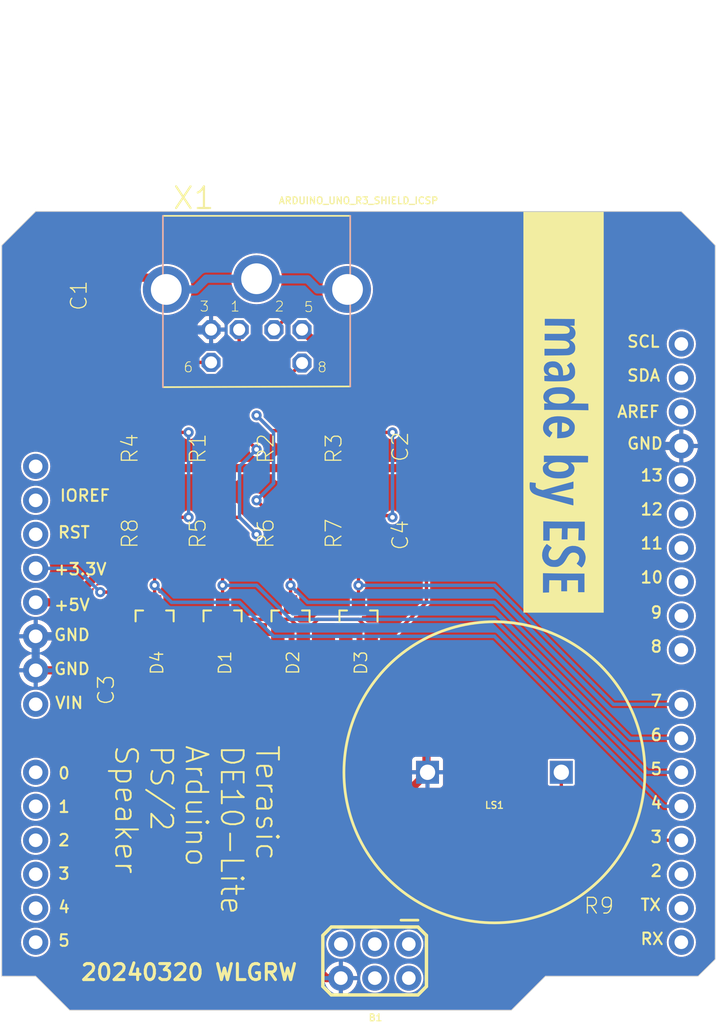
<source format=kicad_pcb>
(kicad_pcb (version 20221018) (generator pcbnew)
  (layers (0 "F.Cu" signal) (31 "B.Cu" signal) (34 "B.Paste" user) (35 "F.Paste" user) (36 "B.SilkS" user "B.Silkscreen") (37 "F.SilkS" user "F.Silkscreen") (38 "B.Mask" user) (39 "F.Mask" user) (44 "Edge.Cuts" user))
  (net 0 "")
  (net 1 "GND")
  (net 2 "PS2_CLK")
  (net 3 "PS2_DAT2")
  (net 4 "PS2_CLK2")
  (net 5 "PS2_DAT")
  (net 6 "KBDAT")
  (net 7 "MSCLK")
  (net 8 "MSDAT")
  (net 9 "N$5")
  (net 10 "KBCLK")
  (net 11 "3.3V")
  (net 12 "5V")
  (net 13 "SPEAKER")
  (net 14 "N$2")
  (footprint "HAN_DE10-Lite_PS2SpeakerShield_001:M1206" (layer "F.Cu") (at 133.2611 92.9386 -90)
    (fp_text reference "R4" (at -1.27 2.54 90) (layer "F.SilkS") (effects (font (size 1.176528 1.176528) (thickness 0.093472)) (justify right top)))
    (fp_text value "2K" hide)
    (pad "1" smd rect (at -1.4 0 270) (size 1.6 2) (layers "F.Cu" "F.Paste" "F.Mask") (net 10 "KBCLK"))
    (pad "2" smd rect (at 1.4 0 270) (size 1.6 2) (layers "F.Cu" "F.Paste" "F.Mask") (net 12 "5V"))
  )
  (footprint "HAN_DE10-Lite_PS2SpeakerShield_001:M1206" (layer "F.Cu") (at 166.2811 129.7686)
    (fp_text reference "R9" (at -1.016 -2.032) (layer "F.SilkS") (effects (font (size 1.176528 1.176528) (thickness 0.093472)) (justify left bottom)))
    (fp_text value "120" hide)
    (pad "1" smd rect (at -1.4 0) (size 1.6 2) (layers "F.Cu" "F.Paste" "F.Mask") (net 14 "N$2"))
    (pad "2" smd rect (at 1.4 0) (size 1.6 2) (layers "F.Cu" "F.Paste" "F.Mask") (net 13 "SPEAKER"))
  )
  (footprint "my-KiCad-library:MadeByESE_30x6" (layer "F.Cu") (at 163.83 90.17 -90)
    (fp_text reference "G***" hide)
    (fp_text value "LOGO" hide)
  )
  (footprint "HAN_DE10-Lite_PS2SpeakerShield_001:C1206" (layer "F.Cu") (at 153.5811 99.2886 90)
    (fp_text reference "C4" (at -1.27 -1.27 90) (layer "F.SilkS") (effects (font (size 1.176528 1.176528) (thickness 0.093472)) (justify left bottom)))
    (fp_text value "100n" hide)
    (pad "1" smd rect (at -1.4 0 90) (size 1.6 1.8) (layers "F.Cu" "F.Paste" "F.Mask") (net 11 "3.3V"))
    (pad "2" smd rect (at 1.4 0 90) (size 1.6 1.8) (layers "F.Cu" "F.Paste" "F.Mask") (net 1 "GND"))
  )
  (footprint "HAN_DE10-Lite_PS2SpeakerShield_001:M1206" (layer "F.Cu") (at 138.3411 92.9386 -90)
    (fp_text reference "R1" (at -1.27 2.54 90) (layer "F.SilkS") (effects (font (size 1.176528 1.176528) (thickness 0.093472)) (justify right top)))
    (fp_text value "2K" hide)
    (pad "1" smd rect (at -1.4 0 270) (size 1.6 2) (layers "F.Cu" "F.Paste" "F.Mask") (net 6 "KBDAT"))
    (pad "2" smd rect (at 1.4 0 270) (size 1.6 2) (layers "F.Cu" "F.Paste" "F.Mask") (net 12 "5V"))
  )
  (footprint "HAN_DE10-Lite_PS2SpeakerShield_001:M1206" (layer "F.Cu") (at 148.5011 99.2886 -90)
    (fp_text reference "R7" (at -1.27 2.54 90) (layer "F.SilkS") (effects (font (size 1.176528 1.176528) (thickness 0.093472)) (justify right top)))
    (fp_text value "120" hide)
    (pad "1" smd rect (at -1.4 0 270) (size 1.6 2) (layers "F.Cu" "F.Paste" "F.Mask") (net 8 "MSDAT"))
    (pad "2" smd rect (at 1.4 0 270) (size 1.6 2) (layers "F.Cu" "F.Paste" "F.Mask") (net 3 "PS2_DAT2"))
  )
  (footprint "HAN_DE10-Lite_PS2SpeakerShield_001:SOT23" (layer "F.Cu") (at 133.2611 105.6386)
    (fp_text reference "D4" (at 0.7239 4.2164 90) (layer "F.SilkS") (effects (font (size 0.9264 0.9264) (thickness 0.1)) (justify left bottom)))
    (fp_text value "BAT54S" hide)
    (pad "1" smd rect (at -0.95 1.1) (size 1 1.4) (layers "F.Cu" "F.Paste" "F.Mask") (net 1 "GND"))
    (pad "2" smd rect (at 0.95 1.1) (size 1 1.4) (layers "F.Cu" "F.Paste" "F.Mask") (net 11 "3.3V"))
    (pad "3" smd rect (at 0 -1.1) (size 1 1.4) (layers "F.Cu" "F.Paste" "F.Mask") (net 2 "PS2_CLK"))
  )
  (footprint "HAN_DE10-Lite_PS2SpeakerShield_001:M1206" (layer "F.Cu") (at 143.4211 92.9386 -90)
    (fp_text reference "R2" (at -1.27 2.54 90) (layer "F.SilkS") (effects (font (size 1.176528 1.176528) (thickness 0.093472)) (justify right top)))
    (fp_text value "2K" hide)
    (pad "1" smd rect (at -1.4 0 270) (size 1.6 2) (layers "F.Cu" "F.Paste" "F.Mask") (net 7 "MSCLK"))
    (pad "2" smd rect (at 1.4 0 270) (size 1.6 2) (layers "F.Cu" "F.Paste" "F.Mask") (net 12 "5V"))
  )
  (footprint "HAN_DE10-Lite_PS2SpeakerShield_001:SOT23" (layer "F.Cu") (at 143.4211 105.6386)
    (fp_text reference "D2" (at 0.7239 4.2164 90) (layer "F.SilkS") (effects (font (size 0.9264 0.9264) (thickness 0.1)) (justify left bottom)))
    (fp_text value "BAT54S" hide)
    (pad "1" smd rect (at -0.95 1.1) (size 1 1.4) (layers "F.Cu" "F.Paste" "F.Mask") (net 1 "GND"))
    (pad "2" smd rect (at 0.95 1.1) (size 1 1.4) (layers "F.Cu" "F.Paste" "F.Mask") (net 11 "3.3V"))
    (pad "3" smd rect (at 0 -1.1) (size 1 1.4) (layers "F.Cu" "F.Paste" "F.Mask") (net 4 "PS2_CLK2"))
  )
  (footprint "HAN_DE10-Lite_PS2SpeakerShield_001:C1206" (layer "F.Cu") (at 129.4511 106.9086 -90)
    (fp_text reference "C3" (at 2.794 0.508 90) (layer "F.SilkS") (effects (font (size 1.176528 1.176528) (thickness 0.1)) (justify right top)))
    (fp_text value "100n" hide)
    (pad "1" smd rect (at -1.4 0 270) (size 1.6 1.8) (layers "F.Cu" "F.Paste" "F.Mask") (net 12 "5V"))
    (pad "2" smd rect (at 1.4 0 270) (size 1.6 1.8) (layers "F.Cu" "F.Paste" "F.Mask") (net 1 "GND"))
  )
  (footprint "HAN_DE10-Lite_PS2SpeakerShield_001:M1206" (layer "F.Cu") (at 143.4211 99.2886 -90)
    (fp_text reference "R6" (at -1.27 2.54 90) (layer "F.SilkS") (effects (font (size 1.176528 1.176528) (thickness 0.093472)) (justify right top)))
    (fp_text value "120" hide)
    (pad "1" smd rect (at -1.4 0 270) (size 1.6 2) (layers "F.Cu" "F.Paste" "F.Mask") (net 7 "MSCLK"))
    (pad "2" smd rect (at 1.4 0 270) (size 1.6 2) (layers "F.Cu" "F.Paste" "F.Mask") (net 4 "PS2_CLK2"))
  )
  (footprint "HAN_DE10-Lite_PS2SpeakerShield_001:M1206" (layer "F.Cu") (at 138.3411 99.2886 -90)
    (fp_text reference "R5" (at -1.27 2.54 90) (layer "F.SilkS") (effects (font (size 1.176528 1.176528) (thickness 0.093472)) (justify right top)))
    (fp_text value "120" hide)
    (pad "1" smd rect (at -1.4 0 270) (size 1.6 2) (layers "F.Cu" "F.Paste" "F.Mask") (net 6 "KBDAT"))
    (pad "2" smd rect (at 1.4 0 270) (size 1.6 2) (layers "F.Cu" "F.Paste" "F.Mask") (net 5 "PS2_DAT"))
  )
  (footprint "HAN_DE10-Lite_PS2SpeakerShield_001:C1206" (layer "F.Cu") (at 129.4511 81.5086 -90)
    (fp_text reference "C1" (at -1.27 2.54 90) (layer "F.SilkS") (effects (font (size 1.176528 1.176528) (thickness 0.093472)) (justify right top)))
    (fp_text value "100n" hide)
    (pad "1" smd rect (at -1.4 0 270) (size 1.6 1.8) (layers "F.Cu" "F.Paste" "F.Mask") (net 9 "N$5"))
    (pad "2" smd rect (at 1.4 0 270) (size 1.6 1.8) (layers "F.Cu" "F.Paste" "F.Mask") (net 1 "GND"))
  )
  (footprint "HAN_DE10-Lite_PS2SpeakerShield_001:PCB_MOUNT_SPEAKER" (layer "F.Cu") (at 158.6611 117.0686 180)
    (fp_text reference "LS1" (at 0 -2.159) (layer "F.SilkS") (effects (font (size 0.512064 0.512064) (thickness 0.097536)) (justify top)))
    (fp_text value "SPEAKER")
    (pad "+" thru_hole rect (at -5 0 180) (size 1.7145 1.7145) (drill 1.143) (layers "*.Cu" "*.Mask") (net 14 "N$2"))
    (pad "-" thru_hole rect (at 5 0 270) (size 1.7145 1.7145) (drill 1.143) (layers "*.Cu" "*.Mask") (net 1 "GND"))
  )
  (footprint "HAN_DE10-Lite_PS2SpeakerShield_001:M1206" (layer "F.Cu") (at 148.5011 92.9386 -90)
    (fp_text reference "R3" (at -1.27 2.54 90) (layer "F.SilkS") (effects (font (size 1.176528 1.176528) (thickness 0.093472)) (justify right top)))
    (fp_text value "2K" hide)
    (pad "1" smd rect (at -1.4 0 270) (size 1.6 2) (layers "F.Cu" "F.Paste" "F.Mask") (net 8 "MSDAT"))
    (pad "2" smd rect (at 1.4 0 270) (size 1.6 2) (layers "F.Cu" "F.Paste" "F.Mask") (net 12 "5V"))
  )
  (footprint "HAN_DE10-Lite_PS2SpeakerShield_001:SOT23" (layer "F.Cu") (at 138.3411 105.6386)
    (fp_text reference "D1" (at 0.7239 4.2164 90) (layer "F.SilkS") (effects (font (size 0.9264 0.9264) (thickness 0.1)) (justify left bottom)))
    (fp_text value "BAT54S" hide)
    (pad "1" smd rect (at -0.95 1.1) (size 1 1.4) (layers "F.Cu" "F.Paste" "F.Mask") (net 1 "GND"))
    (pad "2" smd rect (at 0.95 1.1) (size 1 1.4) (layers "F.Cu" "F.Paste" "F.Mask") (net 11 "3.3V"))
    (pad "3" smd rect (at 0 -1.1) (size 1 1.4) (layers "F.Cu" "F.Paste" "F.Mask") (net 5 "PS2_DAT"))
  )
  (footprint "HAN_DE10-Lite_PS2SpeakerShield_001:M1206" (layer "F.Cu") (at 133.2611 99.2886 -90)
    (fp_text reference "R8" (at -1.27 2.54 90) (layer "F.SilkS") (effects (font (size 1.176528 1.176528) (thickness 0.093472)) (justify right top)))
    (fp_text value "120" hide)
    (pad "1" smd rect (at -1.4 0 270) (size 1.6 2) (layers "F.Cu" "F.Paste" "F.Mask") (net 10 "KBCLK"))
    (pad "2" smd rect (at 1.4 0 270) (size 1.6 2) (layers "F.Cu" "F.Paste" "F.Mask") (net 2 "PS2_CLK"))
  )
  (footprint "HAN_DE10-Lite_PS2SpeakerShield_001:C1206" (layer "F.Cu") (at 153.5811 92.9386 90)
    (fp_text reference "C2" (at -1.016 -1.27 90) (layer "F.SilkS") (effects (font (size 1.176528 1.176528) (thickness 0.093472)) (justify left bottom)))
    (fp_text value "100n" hide)
    (pad "1" smd rect (at -1.4 0 90) (size 1.6 1.8) (layers "F.Cu" "F.Paste" "F.Mask") (net 12 "5V"))
    (pad "2" smd rect (at 1.4 0 90) (size 1.6 1.8) (layers "F.Cu" "F.Paste" "F.Mask") (net 1 "GND"))
  )
  (footprint "HAN_DE10-Lite_PS2SpeakerShield_001:M_DIN6" (layer "F.Cu") (at 140.8811 80.2386)
    (fp_text reference "X1" (at -6.35 -5.13) (layer "F.SilkS") (effects (font (size 1.61798 1.61798) (thickness 0.16002)) (justify left bottom)))
    (fp_text value "")
    (fp_text user "8" (at 4.5 7) (layer "F.SilkS") (effects (font (size 0.747776 0.747776) (thickness 0.065024)) (justify left bottom)))
    (fp_text user "3" (at -4.294 2.46) (layer "F.SilkS") (effects (font (size 0.747776 0.747776) (thickness 0.065024)) (justify left bottom)))
    (fp_text user "2" (at 1.312 2.46) (layer "F.SilkS") (effects (font (size 0.747776 0.747776) (thickness 0.065024)) (justify left bottom)))
    (fp_text user "6" (at -5.5 7) (layer "F.SilkS") (effects (font (size 0.747776 0.747776) (thickness 0.065024)) (justify left bottom)))
    (fp_text user "1" (at -2 2.46) (layer "F.SilkS") (effects (font (size 0.747776 0.747776) (thickness 0.065024)) (justify left bottom)))
    (fp_text user "5" (at 3.5 2.5) (layer "F.SilkS") (effects (font (size 0.747776 0.747776) (thickness 0.065024)) (justify left bottom)))
    (pad "1" thru_hole roundrect (at -1.3 3.75) (size 1.4224 1.4224) (drill 0.9) (layers "*.Cu" "*.Mask") (chamfer_ratio 0.2928932188) (chamfer top_left top_right bottom_left bottom_right) (net 6 "KBDAT"))
    (pad "2" thru_hole roundrect (at 1.3 3.75) (size 1.4224 1.4224) (drill 0.9) (layers "*.Cu" "*.Mask") (chamfer_ratio 0.2928932188) (chamfer top_left top_right bottom_left bottom_right) (net 8 "MSDAT"))
    (pad "3" thru_hole roundrect (at -3.4 3.75) (size 1.4224 1.4224) (drill 0.9) (layers "*.Cu" "*.Mask") (chamfer_ratio 0.2928932188) (chamfer top_left top_right bottom_left bottom_right) (net 1 "GND"))
    (pad "5" thru_hole roundrect (at 3.4 3.75) (size 1.4224 1.4224) (drill 0.9) (layers "*.Cu" "*.Mask") (chamfer_ratio 0.2928932188) (chamfer top_left top_right bottom_left bottom_right) (net 12 "5V"))
    (pad "6" thru_hole roundrect (at -3.4 6.2) (size 1.4224 1.4224) (drill 0.9) (layers "*.Cu" "*.Mask") (chamfer_ratio 0.2928932188) (chamfer top_left top_right bottom_left bottom_right) (net 10 "KBCLK"))
    (pad "8" thru_hole roundrect (at 3.4 6.25) (size 1.4224 1.4224) (drill 0.9) (layers "*.Cu" "*.Mask") (chamfer_ratio 0.2928932188) (chamfer top_left top_right bottom_left bottom_right) (net 7 "MSCLK"))
    (pad "SH1" thru_hole circle (at 6.8 0.75) (size 3.5 3.5) (drill 2.3) (layers "*.Cu" "*.Mask") (net 9 "N$5"))
    (pad "SH2" thru_hole circle (at 0 -0.05) (size 3.5 3.5) (drill 2.3) (layers "*.Cu" "*.Mask") (net 9 "N$5"))
    (pad "SH3" thru_hole circle (at -6.75 0.75) (size 3.5 3.5) (drill 2.3) (layers "*.Cu" "*.Mask") (net 9 "N$5"))
  )
  (footprint "HAN_DE10-Lite_PS2SpeakerShield_001:UNO_R3_SHIELD_ICSP" (layer "F.Cu") (at 148.5011 105.6386 180)
    (fp_text reference "B1" (at -1.27 -29.464) (layer "F.SilkS") (effects (font (size 0.512064 0.512064) (thickness 0.097536)) (justify top)))
    (fp_text value "ARDUINO_UNO_R3_SHIELD_ICSP" (at 0 30.988) (layer "F.SilkS") (effects (font (size 0.512064 0.512064) (thickness 0.097536)) (justify bottom)))
    (fp_text user "9" (at -21.75 0 180) (layer "F.SilkS") (effects (font (size 0.8636 0.8636) (thickness 0.1524)) (justify left bottom)))
    (fp_text user "4" (at 21.5 -21 180) (layer "F.SilkS") (effects (font (size 0.8636 0.8636) (thickness 0.1524)) (justify right top)))
    (fp_text user "+5V" (at 20 1.58 180) (layer "F.SilkS") (effects (font (size 0.8636 0.8636) (thickness 0.1524)) (justify right top)))
    (fp_text user "2" (at 21.5 -16 180) (layer "F.SilkS") (effects (font (size 0.8636 0.8636) (thickness 0.1524)) (justify right top)))
    (fp_text user "TX" (at -21 -21.844 180) (layer "F.SilkS") (effects (font (size 0.8636 0.8636) (thickness 0.1524)) (justify left bottom)))
    (fp_text user "4" (at -21.75 -14.224 180) (layer "F.SilkS") (effects (font (size 0.8636 0.8636) (thickness 0.1524)) (justify left bottom)))
    (fp_text user "RX" (at -21 -24.384 180) (layer "F.SilkS") (effects (font (size 0.8636 0.8636) (thickness 0.1524)) (justify left bottom)))
    (fp_text user "RST" (at 20 7 180) (layer "F.SilkS") (effects (font (size 0.8636 0.8636) (thickness 0.1524)) (justify right top)))
    (fp_text user "GND" (at 20 -3.2 180) (layer "F.SilkS") (effects (font (size 0.8636 0.8636) (thickness 0.1524)) (justify right top)))
    (fp_text user "SDA" (at -20 17.71 180) (layer "F.SilkS") (effects (font (size 0.8636 0.8636) (thickness 0.1524)) (justify left bottom)))
    (fp_text user "GND" (at 20 -0.66 180) (layer "F.SilkS") (effects (font (size 0.8636 0.8636) (thickness 0.1524)) (justify right top)))
    (fp_text user "3" (at -21.75 -16.764 180) (layer "F.SilkS") (effects (font (size 0.8636 0.8636) (thickness 0.1524)) (justify left bottom)))
    (fp_text user "AREF" (at -19.25 15 180) (layer "F.SilkS") (effects (font (size 0.8636 0.8636) (thickness 0.1524)) (justify left bottom)))
    (fp_text user "0" (at 21.5 -11 180) (layer "F.SilkS") (effects (font (size 0.8636 0.8636) (thickness 0.1524)) (justify right top)))
    (fp_text user "+3.3V" (at 18.75 4.25 180) (layer "F.SilkS") (effects (font (size 0.8636 0.8636) (thickness 0.1524)) (justify right top)))
    (fp_text user "8" (at -21.75 -2.54 180) (layer "F.SilkS") (effects (font (size 0.8636 0.8636) (thickness 0.1524)) (justify left bottom)))
    (fp_text user "1" (at 21.5 -13.5 180) (layer "F.SilkS") (effects (font (size 0.8636 0.8636) (thickness 0.1524)) (justify right top)))
    (fp_text user "13" (at -21 10.25 180) (layer "F.SilkS") (effects (font (size 0.8636 0.8636) (thickness 0.1524)) (justify left bottom)))
    (fp_text user "5" (at 21.5 -23.5 180) (layer "F.SilkS") (effects (font (size 0.8636 0.8636) (thickness 0.1524)) (justify right top)))
    (fp_text user "3" (at 21.5 -18.5 180) (layer "F.SilkS") (effects (font (size 0.8636 0.8636) (thickness 0.1524)) (justify right top)))
    (fp_text user "GND" (at -20 12.63 180) (layer "F.SilkS") (effects (font (size 0.8636 0.8636) (thickness 0.1524)) (justify left bottom)))
    (fp_text user "10" (at -21 2.63 180) (layer "F.SilkS") (effects (font (size 0.8636 0.8636) (thickness 0.1524)) (justify left bottom)))
    (fp_text user "VIN" (at 20.5 -5.74 180) (layer "F.SilkS") (effects (font (size 0.8636 0.8636) (thickness 0.1524)) (justify right top)))
    (fp_text user "2" (at -21.75 -19.304 180) (layer "F.SilkS") (effects (font (size 0.8636 0.8636) (thickness 0.1524)) (justify left bottom)))
    (fp_text user "IOREF" (at 18.5 9.75 180) (layer "F.SilkS") (effects (font (size 0.8636 0.8636) (thickness 0.1524)) (justify right top)))
    (fp_text user "5" (at -21.75 -11.684 180) (layer "F.SilkS") (effects (font (size 0.8636 0.8636) (thickness 0.1524)) (justify left bottom)))
    (fp_text user "12" (at -21 7.71 180) (layer "F.SilkS") (effects (font (size 0.8636 0.8636) (thickness 0.1524)) (justify left bottom)))
    (fp_text user "11" (at -21 5.17 180) (layer "F.SilkS") (effects (font (size 0.8636 0.8636) (thickness 0.1524)) (justify left bottom)))
    (fp_text user "6" (at -21.75 -9.144 180) (layer "F.SilkS") (effects (font (size 0.8636 0.8636) (thickness 0.1524)) (justify left bottom)))
    (fp_text user "7" (at -21.75 -6.604 180) (layer "F.SilkS") (effects (font (size 0.8636 0.8636) (thickness 0.1524)) (justify left bottom)))
    (fp_text user "SCL" (at -20 20.25 180) (layer "F.SilkS") (effects (font (size 0.8636 0.8636) (thickness 0.1524)) (justify left bottom)))
    (pad "3.3V" thru_hole circle locked (at 24.13 3.81 270) (size 1.8796 1.8796) (drill 1.016) (layers "*.Cu" "*.Mask") (net 11 "3.3V"))
    (pad "5V" thru_hole circle locked (at 24.13 1.27 270) (size 1.8796 1.8796) (drill 1.016) (layers "*.Cu" "*.Mask") (net 12 "5V"))
    (pad "5V_ICSP" thru_hole circle locked (at -3.759987 -26.810006 270) (size 1.8796 1.8796) (drill 1.016) (layers "*.Cu" "*.Mask"))
    (pad "A0" thru_hole circle locked (at 24.13 -11.43 270) (size 1.8796 1.8796) (drill 1.016) (layers "*.Cu" "*.Mask"))
    (pad "A1" thru_hole circle locked (at 24.13 -13.97 270) (size 1.8796 1.8796) (drill 1.016) (layers "*.Cu" "*.Mask"))
    (pad "A2" thru_hole circle locked (at 24.13 -16.51 270) (size 1.8796 1.8796) (drill 1.016) (layers "*.Cu" "*.Mask"))
    (pad "A3" thru_hole circle locked (at 24.13 -19.05 270) (size 1.8796 1.8796) (drill 1.016) (layers "*.Cu" "*.Mask"))
    (pad "A4" thru_hole circle locked (at 24.13 -21.59 270) (size 1.8796 1.8796) (drill 1.016) (layers "*.Cu" "*.Mask"))
    (pad "A5" thru_hole circle locked (at 24.13 -24.13 270) (size 1.8796 1.8796) (drill 1.016) (layers "*.Cu" "*.Mask"))
    (pad "AREF" thru_hole circle locked (at -24.13 15.494 270) (size 1.8796 1.8796) (drill 1.016) (layers "*.Cu" "*.Mask"))
    (pad "D2" thru_hole circle locked (at -24.13 -19.05 270) (size 1.8796 1.8796) (drill 1.016) (layers "*.Cu" "*.Mask"))
    (pad "D3" thru_hole circle locked (at -24.13 -16.51 270) (size 1.8796 1.8796) (drill 1.016) (layers "*.Cu" "*.Mask") (net 13 "SPEAKER"))
    (pad "D4" thru_hole circle locked (at -24.13 -13.97 270) (size 1.8796 1.8796) (drill 1.016) (layers "*.Cu" "*.Mask") (net 2 "PS2_CLK"))
    (pad "D5" thru_hole circle locked (at -24.13 -11.43 270) (size 1.8796 1.8796) (drill 1.016) (layers "*.Cu" "*.Mask") (net 5 "PS2_DAT"))
    (pad "D6" thru_hole circle locked (at -24.13 -8.89 270) (size 1.8796 1.8796) (drill 1.016) (layers "*.Cu" "*.Mask") (net 4 "PS2_CLK2"))
    (pad "D7" thru_hole circle locked (at -24.13 -6.35 270) (size 1.8796 1.8796) (drill 1.016) (layers "*.Cu" "*.Mask") (net 3 "PS2_DAT2"))
    (pad "D8" thru_hole circle locked (at -24.13 -2.286 270) (size 1.8796 1.8796) (drill 1.016) (layers "*.Cu" "*.Mask"))
    (pad "D9" thru_hole circle locked (at -24.13 0.254 270) (size 1.8796 1.8796) (drill 1.016) (layers "*.Cu" "*.Mask"))
    (pad "D10" thru_hole circle locked (at -24.13 2.794 270) (size 1.8796 1.8796) (drill 1.016) (layers "*.Cu" "*.Mask"))
    (pad "D11" thru_hole circle locked (at -24.13 5.334 270) (size 1.8796 1.8796) (drill 1.016) (layers "*.Cu" "*.Mask"))
    (pad "D12" thru_hole circle locked (at -24.13 7.874 270) (size 1.8796 1.8796) (drill 1.016) (layers "*.Cu" "*.Mask"))
    (pad "D13" thru_hole circle locked (at -24.13 10.414 270) (size 1.8796 1.8796) (drill 1.016) (layers "*.Cu" "*.Mask"))
    (pad "GND@0" thru_hole circle locked (at 24.13 -1.27 270) (size 1.8796 1.8796) (drill 1.016) (layers "*.Cu" "*.Mask") (net 1 "GND"))
    (pad "GND@1" thru_hole circle locked (at 24.13 -3.81 270) (size 1.8796 1.8796) (drill 1.016) (layers "*.Cu" "*.Mask") (net 1 "GND"))
    (pad "GND@2" thru_hole circle locked (at -24.13 12.954 270) (size 1.8796 1.8796) (drill 1.016) (layers "*.Cu" "*.Mask") (net 1 "GND"))
    (pad "GND_ICSP" thru_hole circle locked (at 1.320012 -26.810006 270) (size 1.8796 1.8796) (drill 1.016) (layers "*.Cu" "*.Mask") (net 1 "GND"))
    (pad "IOREF" thru_hole circle locked (at 24.13 8.89 270) (size 1.8796 1.8796) (drill 1.016) (layers "*.Cu" "*.Mask"))
    (pad "MISO" thru_hole circle locked (at -3.759987 -24.270006 270) (size 1.8796 1.8796) (drill 1.016) (layers "*.Cu" "*.Mask"))
    (pad "MOSI" thru_hole circle locked (at -1.219987 -26.810006 270) (size 1.8796 1.8796) (drill 1.016) (layers "*.Cu" "*.Mask"))
    (pad "NC" thru_hole circle locked (at 24.13 11.43 270) (size 1.8796 1.8796) (drill 1.016) (layers "*.Cu" "*.Mask"))
    (pad "RES" thru_hole circle locked (at 24.13 6.35 270) (size 1.8796 1.8796) (drill 1.016) (layers "*.Cu" "*.Mask"))
    (pad "RST_ICSP" thru_hole circle locked (at 1.320012 -24.270006 270) (size 1.8796 1.8796) (drill 1.016) (layers "*.Cu" "*.Mask"))
    (pad "RX" thru_hole circle locked (at -24.13 -24.13 270) (size 1.8796 1.8796) (drill 1.016) (layers "*.Cu" "*.Mask"))
    (pad "SCK" thru_hole circle locked (at -1.219987 -24.270006 270) (size 1.8796 1.8796) (drill 1.016) (layers "*.Cu" "*.Mask"))
    (pad "SCL" thru_hole circle locked (at -24.13 20.574 270) (size 1.8796 1.8796) (drill 1.016) (layers "*.Cu" "*.Mask"))
    (pad "SDA" thru_hole circle locked (at -24.13 18.034 270) (size 1.8796 1.8796) (drill 1.016) (layers "*.Cu" "*.Mask"))
    (pad "TX" thru_hole circle locked (at -24.13 -21.59 270) (size 1.8796 1.8796) (drill 1.016) (layers "*.Cu" "*.Mask"))
    (pad "VIN" thru_hole circle locked (at 24.13 -6.35 270) (size 1.8796 1.8796) (drill 1.016) (layers "*.Cu" "*.Mask"))
  )
  (footprint "HAN_DE10-Lite_PS2SpeakerShield_001:SOT23" (layer "F.Cu") (at 148.5011 105.6386)
    (fp_text reference "D3" (at 0.7239 4.2164 90) (layer "F.SilkS") (effects (font (size 0.9264 0.9264) (thickness 0.1)) (justify left bottom)))
    (fp_text value "BAT54S" hide)
    (pad "1" smd rect (at -0.95 1.1) (size 1 1.4) (layers "F.Cu" "F.Paste" "F.Mask") (net 1 "GND"))
    (pad "2" smd rect (at 0.95 1.1) (size 1 1.4) (layers "F.Cu" "F.Paste" "F.Mask") (net 11 "3.3V"))
    (pad "3" smd rect (at 0 -1.1) (size 1 1.4) (layers "F.Cu" "F.Paste" "F.Mask") (net 3 "PS2_DAT2"))
  )
  (gr_line (start 172.6311 75.1586) (end 124.3711 75.1586) (stroke (width 0.05)) (layer "Edge.Cuts"))
  (gr_line (start 175.1711 131.0386) (end 175.1711 77.6986) (stroke (width 0.05)) (layer "Edge.Cuts"))
  (gr_line (start 126.9111 134.8486) (end 159.9311 134.8486) (stroke (width 0.05)) (layer "Edge.Cuts"))
  (gr_line (start 121.8311 77.6986) (end 121.8311 132.3086) (stroke (width 0.05)) (layer "Edge.Cuts"))
  (gr_line (start 173.8811 132.3086) (end 175.1711 131.0386) (stroke (width 0.05)) (layer "Edge.Cuts"))
  (gr_line (start 124.3711 132.3086) (end 126.9111 134.8486) (stroke (width 0.05)) (layer "Edge.Cuts"))
  (gr_line (start 162.4711 132.3086) (end 173.8811 132.3086) (stroke (width 0.05)) (layer "Edge.Cuts"))
  (gr_line (start 175.1711 77.6986) (end 173.8811 76.3776) (stroke (width 0.05)) (layer "Edge.Cuts"))
  (gr_line (start 124.3711 75.1586) (end 121.8311 77.6986) (stroke (width 0.05)) (layer "Edge.Cuts"))
  (gr_line (start 159.9311 134.8486) (end 162.4711 132.3086) (stroke (width 0.05)) (layer "Edge.Cuts"))
  (gr_line (start 173.8811 76.3776) (end 172.6311 75.1586) (stroke (width 0.05)) (layer "Edge.Cuts"))
  (gr_line (start 121.8311 132.3086) (end 124.3711 132.3086) (stroke (width 0.05)) (layer "Edge.Cuts"))
  (gr_text "20240320 WLGRW" (at 127.635 132.715) (layer "F.SilkS") (effects (font (size 1.194816 1.194816) (thickness 0.227584)) (justify left bottom)))
  (gr_text "Terasic \nDE10-Lite\nArduino\nPS/2\nSpeaker" (at 130.175 114.935 -90) (layer "F.SilkS") (effects (font (size 1.63576 1.63576) (thickness 0.14224)) (justify left bottom)))
  (segment (start 144.6911 126.0386) (end 144.6911 131.0386) (width 0.6096) (layer "F.Cu") (net 1))
  (segment (start 151.1711 108.3086) (end 147.5481 108.3086) (width 0.6096) (layer "F.Cu") (net 1))
  (segment (start 153.5811 110.7186) (end 151.1711 108.3086) (width 0.6096) (layer "F.Cu") (net 1))
  (segment (start 142.4711 108.2476) (end 142.5321 108.3086) (width 0.6096) (layer "F.Cu") (net 1))
  (segment (start 153.6611 117.0686) (end 153.5811 116.9886) (width 0.6096) (layer "F.Cu") (net 1))
  (segment (start 130.5311 83.9886) (end 137.4811 83.9886) (width 0.6096) (layer "F.Cu") (net 1))
  (segment (start 142.5321 108.3086) (end 147.5481 108.3086) (width 0.6096) (layer "F.Cu") (net 1))
  (segment (start 147.5481 108.3086) (end 147.5511 108.3056) (width 0.6096) (layer "F.Cu") (net 1))
  (segment (start 146.101106 132.448607) (end 147.181087 132.448607) (width 0.6096) (layer "F.Cu") (net 1))
  (segment (start 129.4511 82.9086) (end 130.5311 83.9886) (width 0.6096) (layer "F.Cu") (net 1))
  (segment (start 142.4711 106.7386) (end 142.4711 108.2476) (width 0.6096) (layer "F.Cu") (net 1))
  (segment (start 132.3111 106.7386) (end 132.3111 107.8586) (width 0.6096) (layer "F.Cu") (net 1))
  (segment (start 163.8711 97.8886) (end 169.0751 92.6846) (width 0.6096) (layer "F.Cu") (net 1))
  (segment (start 129.4511 108.3086) (end 131.8611 108.3086) (width 0.6096) (layer "F.Cu") (net 1))
  (segment (start 137.3911 106.7386) (end 137.3911 108.2476) (width 0.6096) (layer "F.Cu") (net 1))
  (segment (start 153.6611 117.0686) (end 144.6911 126.0386) (width 0.6096) (layer "F.Cu") (net 1))
  (segment (start 137.4521 108.3086) (end 131.8611 108.3086) (width 0.6096) (layer "F.Cu") (net 1))
  (segment (start 147.5511 106.7386) (end 147.5511 108.3056) (width 0.6096) (layer "F.Cu") (net 1))
  (segment (start 153.5811 97.8886) (end 163.8711 97.8886) (width 0.6096) (layer "F.Cu") (net 1))
  (segment (start 124.3711 109.4486) (end 126.9111 109.4486) (width 0.6096) (layer "F.Cu") (net 1))
  (segment (start 126.9111 109.4486) (end 128.1811 108.1786) (width 0.6096) (layer "F.Cu") (net 1))
  (segment (start 132.3111 107.8586) (end 131.8611 108.3086) (width 0.6096) (layer "F.Cu") (net 1))
  (segment (start 128.1811 108.1786) (end 129.3211 108.1786) (width 0.6096) (layer "F.Cu") (net 1))
  (segment (start 153.5811 91.5386) (end 167.9291 91.5386) (width 0.6096) (layer "F.Cu") (net 1))
  (segment (start 169.0751 92.6846) (end 172.6311 92.6846) (width 0.6096) (layer "F.Cu") (net 1))
  (segment (start 167.9291 91.5386) (end 169.0751 92.6846) (width 0.6096) (layer "F.Cu") (net 1))
  (segment (start 144.6911 131.0386) (end 146.101106 132.448607) (width 0.6096) (layer "F.Cu") (net 1))
  (segment (start 142.5321 108.3086) (end 137.4521 108.3086) (width 0.6096) (layer "F.Cu") (net 1))
  (segment (start 124.3711 106.9086) (end 126.9111 106.9086) (width 0.6096) (layer "F.Cu") (net 1))
  (segment (start 153.5811 116.9886) (end 153.5811 110.7186) (width 0.6096) (layer "F.Cu") (net 1))
  (segment (start 126.9111 106.9086) (end 128.1811 108.1786) (width 0.6096) (layer "F.Cu") (net 1))
  (segment (start 129.3211 108.1786) (end 129.4511 108.3086) (width 0.6096) (layer "F.Cu") (net 1))
  (segment (start 137.3911 108.2476) (end 137.4521 108.3086) (width 0.6096) (layer "F.Cu") (net 1))
  (segment (start 132.1181 84.0486) (end 132.1181 102.9716) (width 0.6096) (layer "B.Cu") (net 1))
  (segment (start 137.4811 83.9886) (end 137.4211 84.0486) (width 0.6096) (layer "B.Cu") (net 1))
  (segment (start 131.9911 77.6986) (end 153.5811 77.6986) (width 0.6096) (layer "B.Cu") (net 1))
  (segment (start 124.3711 106.9086) (end 128.1811 106.9086) (width 0.6096) (layer "B.Cu") (net 1))
  (segment (start 124.3711 106.9086) (end 124.3711 109.4486) (width 0.6096) (layer "B.Cu") (net 1))
  (segment (start 137.4211 84.0486) (end 132.1181 84.0486) (width 0.6096) (layer "B.Cu") (net 1))
  (segment (start 168.5671 92.6846) (end 172.6311 92.6846) (width 0.6096) (layer "B.Cu") (net 1))
  (segment (start 130.7211 82.7786) (end 130.7211 78.9686) (width 0.6096) (layer "B.Cu") (net 1))
  (segment (start 132.1181 102.9716) (end 128.1811 106.9086) (width 0.6096) (layer "B.Cu") (net 1))
  (segment (start 137.4811 83.9886) (end 131.9311 83.9886) (width 0.6096) (layer "B.Cu") (net 1))
  (segment (start 153.5811 77.6986) (end 168.5671 92.6846) (width 0.6096) (layer "B.Cu") (net 1))
  (segment (start 130.7211 78.9686) (end 131.9911 77.6986) (width 0.6096) (layer "B.Cu") (net 1))
  (segment (start 131.9311 83.9886) (end 130.7211 82.7786) (width 0.6096) (layer "B.Cu") (net 1))
  (segment (start 133.2611 103.0986) (end 133.2611 104.5386) (width 0.254) (layer "F.Cu") (net 2))
  (segment (start 133.2611 100.6886) (end 133.2611 103.0986) (width 0.254) (layer "F.Cu") (net 2))
  (via (at 133.2611 103.0986) (size 0.7564) (drill 0.35) (layers "F.Cu" "B.Cu") (net 2))
  (segment (start 158.6611 106.9086) (end 142.1511 106.9086) (width 0.254) (layer "B.Cu") (net 2))
  (segment (start 139.6111 104.3686) (end 134.5311 104.3686) (width 0.254) (layer "B.Cu") (net 2))
  (segment (start 171.3611 119.6086) (end 158.6611 106.9086) (width 0.254) (layer "B.Cu") (net 2))
  (segment (start 134.5311 104.3686) (end 133.2611 103.0986) (width 0.254) (layer "B.Cu") (net 2))
  (segment (start 172.6311 119.6086) (end 171.3611 119.6086) (width 0.254) (layer "B.Cu") (net 2))
  (segment (start 142.1511 106.9086) (end 139.6111 104.3686) (width 0.254) (layer "B.Cu") (net 2))
  (segment (start 148.5011 100.6886) (end 148.5011 103.0986) (width 0.254) (layer "F.Cu") (net 3))
  (segment (start 148.5011 103.0986) (end 148.5011 104.5386) (width 0.254) (layer "F.Cu") (net 3))
  (via (at 148.5011 103.0986) (size 0.7564) (drill 0.35) (layers "F.Cu" "B.Cu") (net 3))
  (segment (start 167.5511 111.9886) (end 158.6611 103.0986) (width 0.254) (layer "B.Cu") (net 3))
  (segment (start 148.5011 103.0986) (end 158.6611 103.0986) (width 0.254) (layer "B.Cu") (net 3))
  (segment (start 167.5511 111.9886) (end 172.6311 111.9886) (width 0.254) (layer "B.Cu") (net 3))
  (segment (start 143.4211 100.6886) (end 143.4211 103.0986) (width 0.254) (layer "F.Cu") (net 4))
  (segment (start 143.4211 103.0986) (end 143.4211 104.5386) (width 0.254) (layer "F.Cu") (net 4))
  (via (at 143.4211 103.0986) (size 0.7564) (drill 0.35) (layers "F.Cu" "B.Cu") (net 4))
  (segment (start 143.4211 103.0986) (end 144.6911 104.3686) (width 0.254) (layer "B.Cu") (net 4))
  (segment (start 168.8211 114.5286) (end 172.6311 114.5286) (width 0.254) (layer "B.Cu") (net 4))
  (segment (start 144.6911 104.3686) (end 158.6611 104.3686) (width 0.254) (layer "B.Cu") (net 4))
  (segment (start 168.8211 114.5286) (end 158.6611 104.3686) (width 0.254) (layer "B.Cu") (net 4))
  (segment (start 138.3411 103.0986) (end 138.3411 104.5386) (width 0.254) (layer "F.Cu") (net 5))
  (segment (start 138.3411 100.6886) (end 138.3411 103.0986) (width 0.254) (layer "F.Cu") (net 5))
  (via (at 138.3411 103.0986) (size 0.7564) (drill 0.35) (layers "F.Cu" "B.Cu") (net 5))
  (segment (start 143.4211 105.6386) (end 158.6611 105.6386) (width 0.254) (layer "B.Cu") (net 5))
  (segment (start 140.8811 103.0986) (end 143.4211 105.6386) (width 0.254) (layer "B.Cu") (net 5))
  (segment (start 170.0911 117.0686) (end 172.6311 117.0686) (width 0.254) (layer "B.Cu") (net 5))
  (segment (start 170.0911 117.0686) (end 158.6611 105.6386) (width 0.254) (layer "B.Cu") (net 5))
  (segment (start 138.3411 103.0986) (end 140.8811 103.0986) (width 0.254) (layer "B.Cu") (net 5))
  (segment (start 138.3411 89.1286) (end 138.3411 91.5386) (width 0.254) (layer "F.Cu") (net 6))
  (segment (start 139.5811 83.9886) (end 139.5811 87.8886) (width 0.254) (layer "F.Cu") (net 6))
  (segment (start 138.4711 91.6686) (end 139.6111 91.6686) (width 0.254) (layer "F.Cu") (net 6))
  (segment (start 139.6111 91.6686) (end 140.8811 92.9386) (width 0.254) (layer "F.Cu") (net 6))
  (segment (start 138.3411 91.5386) (end 138.4711 91.6686) (width 0.254) (layer "F.Cu") (net 6))
  (segment (start 138.4711 98.0186) (end 139.6111 98.0186) (width 0.254) (layer "F.Cu") (net 6))
  (segment (start 138.3411 97.8886) (end 138.4711 98.0186) (width 0.254) (layer "F.Cu") (net 6))
  (segment (start 139.5811 87.8886) (end 138.3411 89.1286) (width 0.254) (layer "F.Cu") (net 6))
  (segment (start 139.6111 98.0186) (end 140.8811 99.2886) (width 0.254) (layer "F.Cu") (net 6))
  (via (at 140.8811 99.2886) (size 0.7564) (drill 0.35) (layers "F.Cu" "B.Cu") (net 6))
  (via (at 140.8811 92.9386) (size 0.7564) (drill 0.35) (layers "F.Cu" "B.Cu") (net 6))
  (segment (start 139.6111 98.0186) (end 140.8811 99.2886) (width 0.254) (layer "B.Cu") (net 6))
  (segment (start 140.8811 92.9386) (end 139.6111 94.2086) (width 0.254) (layer "B.Cu") (net 6))
  (segment (start 139.6111 94.2086) (end 139.6111 98.0186) (width 0.254) (layer "B.Cu") (net 6))
  (segment (start 143.4211 91.5386) (end 142.0211 91.5386) (width 0.254) (layer "F.Cu") (net 7))
  (segment (start 142.1511 98.0186) (end 140.8811 96.7486) (width 0.254) (layer "F.Cu") (net 7))
  (segment (start 143.2911 98.0186) (end 142.1511 98.0186) (width 0.254) (layer "F.Cu") (net 7))
  (segment (start 143.4211 97.8886) (end 143.5511 98.0186) (width 0.254) (layer "F.Cu") (net 7))
  (segment (start 143.4211 87.3486) (end 143.4211 91.5386) (width 0.254) (layer "F.Cu") (net 7))
  (segment (start 144.2811 86.4886) (end 143.4211 87.3486) (width 0.254) (layer "F.Cu") (net 7))
  (segment (start 142.0211 91.5386) (end 140.8811 90.3986) (width 0.254) (layer "F.Cu") (net 7))
  (segment (start 143.4211 97.8886) (end 143.2911 98.0186) (width 0.254) (layer "F.Cu") (net 7))
  (via (at 140.8811 90.3986) (size 0.7564) (drill 0.35) (layers "F.Cu" "B.Cu") (net 7))
  (via (at 140.8811 96.7486) (size 0.7564) (drill 0.35) (layers "F.Cu" "B.Cu") (net 7))
  (segment (start 142.1511 91.6686) (end 142.1511 95.4786) (width 0.254) (layer "B.Cu") (net 7))
  (segment (start 142.1511 95.4786) (end 140.8811 96.7486) (width 0.254) (layer "B.Cu") (net 7))
  (segment (start 140.8811 90.3986) (end 142.1511 91.6686) (width 0.254) (layer "B.Cu") (net 7))
  (segment (start 142.2111 83.9886) (end 143.4211 82.7786) (width 0.254) (layer "F.Cu") (net 8))
  (segment (start 148.5011 91.5386) (end 148.6311 91.6686) (width 0.254) (layer "F.Cu") (net 8))
  (segment (start 143.4211 82.7786) (end 145.9611 82.7786) (width 0.254) (layer "F.Cu") (net 8))
  (segment (start 148.5011 85.3186) (end 148.5011 91.5386) (width 0.254) (layer "F.Cu") (net 8))
  (segment (start 145.9611 82.7786) (end 148.5011 85.3186) (width 0.254) (layer "F.Cu") (net 8))
  (segment (start 148.5011 97.8886) (end 150.9111 97.8886) (width 0.254) (layer "F.Cu") (net 8))
  (segment (start 142.1811 83.9886) (end 142.2111 83.9886) (width 0.254) (layer "F.Cu") (net 8))
  (segment (start 148.6311 91.6686) (end 151.0411 91.6686) (width 0.254) (layer "F.Cu") (net 8))
  (segment (start 150.9111 97.8886) (end 151.0411 98.0186) (width 0.254) (layer "F.Cu") (net 8))
  (via (at 151.0411 91.6686) (size 0.7564) (drill 0.35) (layers "F.Cu" "B.Cu") (net 8))
  (via (at 151.0411 98.0186) (size 0.7564) (drill 0.35) (layers "F.Cu" "B.Cu") (net 8))
  (segment (start 151.0411 91.6686) (end 151.0411 98.0186) (width 0.254) (layer "B.Cu") (net 8))
  (segment (start 133.2511 80.1086) (end 129.4511 80.1086) (width 0.6096) (layer "F.Cu") (net 9))
  (segment (start 134.1311 80.9886) (end 133.2511 80.1086) (width 0.6096) (layer "F.Cu") (net 9))
  (segment (start 145.4411 80.9886) (end 144.6911 80.2386) (width 0.6096) (layer "B.Cu") (net 9))
  (segment (start 134.1311 80.9886) (end 136.3211 80.9886) (width 0.6096) (layer "B.Cu") (net 9))
  (segment (start 137.1211 80.1886) (end 140.8811 80.1886) (width 0.6096) (layer "B.Cu") (net 9))
  (segment (start 147.6811 80.9886) (end 145.4411 80.9886) (width 0.6096) (layer "B.Cu") (net 9))
  (segment (start 136.3211 80.9886) (end 137.1211 80.1886) (width 0.6096) (layer "B.Cu") (net 9))
  (segment (start 144.6911 80.2386) (end 140.8811 80.2386) (width 0.6096) (layer "B.Cu") (net 9))
  (segment (start 135.9511 86.4386) (end 133.2611 89.1286) (width 0.254) (layer "F.Cu") (net 10))
  (segment (start 137.4811 86.4386) (end 135.9511 86.4386) (width 0.254) (layer "F.Cu") (net 10))
  (segment (start 133.2611 89.1286) (end 133.2611 91.5386) (width 0.254) (layer "F.Cu") (net 10))
  (segment (start 133.2611 91.5386) (end 133.3911 91.6686) (width 0.254) (layer "F.Cu") (net 10))
  (segment (start 133.3911 98.0186) (end 135.8011 98.0186) (width 0.254) (layer "F.Cu") (net 10))
  (segment (start 135.8011 91.6686) (end 133.3911 91.6686) (width 0.254) (layer "F.Cu") (net 10))
  (segment (start 133.2611 97.8886) (end 133.3911 98.0186) (width 0.254) (layer "F.Cu") (net 10))
  (via (at 135.8011 91.6686) (size 0.7564) (drill 0.35) (layers "F.Cu" "B.Cu") (net 10))
  (via (at 135.8011 98.0186) (size 0.7564) (drill 0.35) (layers "F.Cu" "B.Cu") (net 10))
  (segment (start 135.8011 91.6686) (end 135.8011 98.0186) (width 0.254) (layer "B.Cu") (net 10))
  (segment (start 132.3721 105.6386) (end 130.3401 103.6066) (width 0.254) (layer "F.Cu") (net 11))
  (segment (start 143.4211 105.6386) (end 144.3711 106.5886) (width 0.254) (layer "F.Cu") (net 11))
  (segment (start 144.3711 106.7386) (end 145.4711 105.6386) (width 0.254) (layer "F.Cu") (net 11))
  (segment (start 135.3111 105.6386) (end 138.3411 105.6386) (width 0.254) (layer "F.Cu") (net 11))
  (segment (start 138.3411 105.6386) (end 139.2911 106.5886) (width 0.254) (layer "F.Cu") (net 11))
  (segment (start 139.2911 106.5886) (end 139.2911 106.7386) (width 0.254) (layer "F.Cu") (net 11))
  (segment (start 130.3401 103.6066) (end 129.1971 103.6066) (width 0.254) (layer "F.Cu") (net 11))
  (segment (start 133.2611 105.6386) (end 132.3721 105.6386) (width 0.254) (layer "F.Cu") (net 11))
  (segment (start 145.4711 105.6386) (end 148.5011 105.6386) (width 0.254) (layer "F.Cu") (net 11))
  (segment (start 149.4511 106.7386) (end 151.2111 106.7386) (width 0.254) (layer "F.Cu") (net 11))
  (segment (start 134.2111 106.7386) (end 135.3111 105.6386) (width 0.254) (layer "F.Cu") (net 11))
  (segment (start 149.4511 106.5886) (end 149.4511 106.7386) (width 0.254) (layer "F.Cu") (net 11))
  (segment (start 134.2111 106.7386) (end 134.2111 106.5886) (width 0.254) (layer "F.Cu") (net 11))
  (segment (start 144.3711 106.5886) (end 144.3711 106.7386) (width 0.254) (layer "F.Cu") (net 11))
  (segment (start 134.2111 106.5886) (end 133.2611 105.6386) (width 0.254) (layer "F.Cu") (net 11))
  (segment (start 140.3911 105.6386) (end 143.4211 105.6386) (width 0.254) (layer "F.Cu") (net 11))
  (segment (start 148.5011 105.6386) (end 149.4511 106.5886) (width 0.254) (layer "F.Cu") (net 11))
  (segment (start 139.2911 106.7386) (end 140.3911 105.6386) (width 0.254) (layer "F.Cu") (net 11))
  (segment (start 153.5811 104.3686) (end 153.5811 100.6886) (width 0.254) (layer "F.Cu") (net 11))
  (segment (start 151.2111 106.7386) (end 153.5811 104.3686) (width 0.254) (layer "F.Cu") (net 11))
  (via (at 129.1971 103.6066) (size 0.7564) (drill 0.35) (layers "F.Cu" "B.Cu") (net 11))
  (segment (start 129.1971 103.6066) (end 127.4191 101.8286) (width 0.254) (layer "B.Cu") (net 11))
  (segment (start 127.4191 101.8286) (end 124.3711 101.8286) (width 0.254) (layer "B.Cu") (net 11))
  (segment (start 146.0911 94.3386) (end 148.5011 94.3386) (width 0.6096) (layer "F.Cu") (net 12))
  (segment (start 128.1811 105.6386) (end 129.3211 105.6386) (width 0.6096) (layer "F.Cu") (net 12))
  (segment (start 124.3711 104.3686) (end 126.9111 104.3686) (width 0.6096) (layer "F.Cu") (net 12))
  (segment (start 143.4211 94.3386) (end 138.3411 94.3386) (width 0.6096) (layer "F.Cu") (net 12))
  (segment (start 145.9611 94.2086) (end 146.0911 94.3386) (width 0.6096) (layer "F.Cu") (net 12))
  (segment (start 138.3411 94.3386) (end 133.2611 94.3386) (width 0.6096) (layer "F.Cu") (net 12))
  (segment (start 126.9111 104.3686) (end 128.1811 105.6386) (width 0.6096) (layer "F.Cu") (net 12))
  (segment (start 133.1311 94.2086) (end 133.2611 94.3386) (width 0.6096) (layer "F.Cu") (net 12))
  (segment (start 144.2811 83.9886) (end 145.9611 85.6686) (width 0.6096) (layer "F.Cu") (net 12))
  (segment (start 145.9611 85.6686) (end 145.9611 94.2086) (width 0.6096) (layer "F.Cu") (net 12))
  (segment (start 130.7211 94.2086) (end 133.1311 94.2086) (width 0.6096) (layer "F.Cu") (net 12))
  (segment (start 126.9111 104.3686) (end 129.4511 101.8286) (width 0.6096) (layer "F.Cu") (net 12))
  (segment (start 129.4511 95.4786) (end 130.7211 94.2086) (width 0.6096) (layer "F.Cu") (net 12))
  (segment (start 148.5011 94.3386) (end 153.5811 94.3386) (width 0.6096) (layer "F.Cu") (net 12))
  (segment (start 148.5011 94.3386) (end 143.4211 94.3386) (width 0.6096) (layer "F.Cu") (net 12))
  (segment (start 129.3211 105.6386) (end 129.4511 105.5086) (width 0.6096) (layer "F.Cu") (net 12))
  (segment (start 129.4511 101.8286) (end 129.4511 95.4786) (width 0.6096) (layer "F.Cu") (net 12))
  (segment (start 170.0911 122.1486) (end 167.6811 124.5586) (width 0.254) (layer "F.Cu") (net 13))
  (segment (start 172.6311 122.1486) (end 170.0911 122.1486) (width 0.254) (layer "F.Cu") (net 13))
  (segment (start 167.6811 124.5586) (end 167.6811 129.7686) (width 0.254) (layer "F.Cu") (net 13))
  (segment (start 163.6611 117.0686) (end 163.6611 123.3386) (width 0.254) (layer "F.Cu") (net 14))
  (segment (start 165.0111 124.6886) (end 165.0111 129.6386) (width 0.254) (layer "F.Cu") (net 14))
  (segment (start 165.0111 129.6386) (end 164.8811 129.7686) (width 0.254) (layer "F.Cu") (net 14))
  (segment (start 163.6611 123.3386) (end 165.0111 124.6886) (width 0.254) (layer "F.Cu") (net 14))
  (zone (net 1) (net_name "GND") (layer "F.Cu") (priority 6) (connect_pads (clearance 0.000001)) (min_thickness 0.127) (fill yes (thermal_gap 0.304) (thermal_bridge_width 0.304))
    (polygon (pts (xy 175.2981 134.9756) (xy 121.7041 134.9756) (xy 121.7041 75.0316) (xy 175.2981 75.0316)))
  )
  (zone (net 1) (net_name "GND") (layer "B.Cu") (priority 6) (connect_pads (clearance 0.000001)) (min_thickness 0.127) (fill yes (thermal_gap 0.304) (thermal_bridge_width 0.304))
    (polygon (pts (xy 175.2981 134.9756) (xy 121.7041 134.9756) (xy 121.7041 75.0316) (xy 175.2981 75.0316)))
  )
)
</source>
